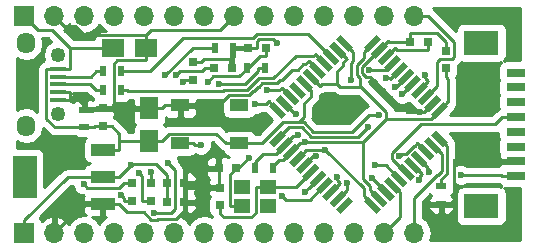
<source format=gbr>
G04 #@! TF.FileFunction,Copper,L1,Top,Signal*
%FSLAX46Y46*%
G04 Gerber Fmt 4.6, Leading zero omitted, Abs format (unit mm)*
G04 Created by KiCad (PCBNEW 4.0.7-e2-6376~61~ubuntu18.04.1) date Sun Sep 30 15:28:24 2018*
%MOMM*%
%LPD*%
G01*
G04 APERTURE LIST*
%ADD10C,0.100000*%
%ADD11R,1.350000X0.400000*%
%ADD12O,1.250000X1.250000*%
%ADD13O,1.550000X1.800000*%
%ADD14R,1.600000X1.000000*%
%ADD15R,1.600000X0.800000*%
%ADD16R,3.000000X2.100000*%
%ADD17R,2.032000X3.657600*%
%ADD18R,2.032000X1.016000*%
%ADD19R,0.750000X0.800000*%
%ADD20R,0.800000X0.750000*%
%ADD21R,1.950000X1.500000*%
%ADD22R,1.500000X1.950000*%
%ADD23R,0.500000X0.900000*%
%ADD24R,0.900000X0.500000*%
%ADD25R,1.400000X1.200000*%
%ADD26R,1.700000X1.700000*%
%ADD27O,1.700000X1.700000*%
%ADD28C,0.600000*%
%ADD29C,0.240000*%
%ADD30C,0.254000*%
G04 APERTURE END LIST*
D10*
G36*
X77673134Y-53305188D02*
X78062042Y-52916280D01*
X79122702Y-53976940D01*
X78733794Y-54365848D01*
X77673134Y-53305188D01*
X77673134Y-53305188D01*
G37*
G36*
X77107449Y-53870874D02*
X77496357Y-53481966D01*
X78557017Y-54542626D01*
X78168109Y-54931534D01*
X77107449Y-53870874D01*
X77107449Y-53870874D01*
G37*
G36*
X76541764Y-54436559D02*
X76930672Y-54047651D01*
X77991332Y-55108311D01*
X77602424Y-55497219D01*
X76541764Y-54436559D01*
X76541764Y-54436559D01*
G37*
G36*
X75976078Y-55002244D02*
X76364986Y-54613336D01*
X77425646Y-55673996D01*
X77036738Y-56062904D01*
X75976078Y-55002244D01*
X75976078Y-55002244D01*
G37*
G36*
X75410393Y-55567930D02*
X75799301Y-55179022D01*
X76859961Y-56239682D01*
X76471053Y-56628590D01*
X75410393Y-55567930D01*
X75410393Y-55567930D01*
G37*
G36*
X74844707Y-56133615D02*
X75233615Y-55744707D01*
X76294275Y-56805367D01*
X75905367Y-57194275D01*
X74844707Y-56133615D01*
X74844707Y-56133615D01*
G37*
G36*
X74279022Y-56699301D02*
X74667930Y-56310393D01*
X75728590Y-57371053D01*
X75339682Y-57759961D01*
X74279022Y-56699301D01*
X74279022Y-56699301D01*
G37*
G36*
X73713336Y-57264986D02*
X74102244Y-56876078D01*
X75162904Y-57936738D01*
X74773996Y-58325646D01*
X73713336Y-57264986D01*
X73713336Y-57264986D01*
G37*
G36*
X73147651Y-57830672D02*
X73536559Y-57441764D01*
X74597219Y-58502424D01*
X74208311Y-58891332D01*
X73147651Y-57830672D01*
X73147651Y-57830672D01*
G37*
G36*
X72581966Y-58396357D02*
X72970874Y-58007449D01*
X74031534Y-59068109D01*
X73642626Y-59457017D01*
X72581966Y-58396357D01*
X72581966Y-58396357D01*
G37*
G36*
X72016280Y-58962042D02*
X72405188Y-58573134D01*
X73465848Y-59633794D01*
X73076940Y-60022702D01*
X72016280Y-58962042D01*
X72016280Y-58962042D01*
G37*
G36*
X72405188Y-62426866D02*
X72016280Y-62037958D01*
X73076940Y-60977298D01*
X73465848Y-61366206D01*
X72405188Y-62426866D01*
X72405188Y-62426866D01*
G37*
G36*
X72970874Y-62992551D02*
X72581966Y-62603643D01*
X73642626Y-61542983D01*
X74031534Y-61931891D01*
X72970874Y-62992551D01*
X72970874Y-62992551D01*
G37*
G36*
X73536559Y-63558236D02*
X73147651Y-63169328D01*
X74208311Y-62108668D01*
X74597219Y-62497576D01*
X73536559Y-63558236D01*
X73536559Y-63558236D01*
G37*
G36*
X74102244Y-64123922D02*
X73713336Y-63735014D01*
X74773996Y-62674354D01*
X75162904Y-63063262D01*
X74102244Y-64123922D01*
X74102244Y-64123922D01*
G37*
G36*
X74667930Y-64689607D02*
X74279022Y-64300699D01*
X75339682Y-63240039D01*
X75728590Y-63628947D01*
X74667930Y-64689607D01*
X74667930Y-64689607D01*
G37*
G36*
X75233615Y-65255293D02*
X74844707Y-64866385D01*
X75905367Y-63805725D01*
X76294275Y-64194633D01*
X75233615Y-65255293D01*
X75233615Y-65255293D01*
G37*
G36*
X75799301Y-65820978D02*
X75410393Y-65432070D01*
X76471053Y-64371410D01*
X76859961Y-64760318D01*
X75799301Y-65820978D01*
X75799301Y-65820978D01*
G37*
G36*
X76364986Y-66386664D02*
X75976078Y-65997756D01*
X77036738Y-64937096D01*
X77425646Y-65326004D01*
X76364986Y-66386664D01*
X76364986Y-66386664D01*
G37*
G36*
X76930672Y-66952349D02*
X76541764Y-66563441D01*
X77602424Y-65502781D01*
X77991332Y-65891689D01*
X76930672Y-66952349D01*
X76930672Y-66952349D01*
G37*
G36*
X77496357Y-67518034D02*
X77107449Y-67129126D01*
X78168109Y-66068466D01*
X78557017Y-66457374D01*
X77496357Y-67518034D01*
X77496357Y-67518034D01*
G37*
G36*
X78062042Y-68083720D02*
X77673134Y-67694812D01*
X78733794Y-66634152D01*
X79122702Y-67023060D01*
X78062042Y-68083720D01*
X78062042Y-68083720D01*
G37*
G36*
X80077298Y-67023060D02*
X80466206Y-66634152D01*
X81526866Y-67694812D01*
X81137958Y-68083720D01*
X80077298Y-67023060D01*
X80077298Y-67023060D01*
G37*
G36*
X80642983Y-66457374D02*
X81031891Y-66068466D01*
X82092551Y-67129126D01*
X81703643Y-67518034D01*
X80642983Y-66457374D01*
X80642983Y-66457374D01*
G37*
G36*
X81208668Y-65891689D02*
X81597576Y-65502781D01*
X82658236Y-66563441D01*
X82269328Y-66952349D01*
X81208668Y-65891689D01*
X81208668Y-65891689D01*
G37*
G36*
X81774354Y-65326004D02*
X82163262Y-64937096D01*
X83223922Y-65997756D01*
X82835014Y-66386664D01*
X81774354Y-65326004D01*
X81774354Y-65326004D01*
G37*
G36*
X82340039Y-64760318D02*
X82728947Y-64371410D01*
X83789607Y-65432070D01*
X83400699Y-65820978D01*
X82340039Y-64760318D01*
X82340039Y-64760318D01*
G37*
G36*
X82905725Y-64194633D02*
X83294633Y-63805725D01*
X84355293Y-64866385D01*
X83966385Y-65255293D01*
X82905725Y-64194633D01*
X82905725Y-64194633D01*
G37*
G36*
X83471410Y-63628947D02*
X83860318Y-63240039D01*
X84920978Y-64300699D01*
X84532070Y-64689607D01*
X83471410Y-63628947D01*
X83471410Y-63628947D01*
G37*
G36*
X84037096Y-63063262D02*
X84426004Y-62674354D01*
X85486664Y-63735014D01*
X85097756Y-64123922D01*
X84037096Y-63063262D01*
X84037096Y-63063262D01*
G37*
G36*
X84602781Y-62497576D02*
X84991689Y-62108668D01*
X86052349Y-63169328D01*
X85663441Y-63558236D01*
X84602781Y-62497576D01*
X84602781Y-62497576D01*
G37*
G36*
X85168466Y-61931891D02*
X85557374Y-61542983D01*
X86618034Y-62603643D01*
X86229126Y-62992551D01*
X85168466Y-61931891D01*
X85168466Y-61931891D01*
G37*
G36*
X85734152Y-61366206D02*
X86123060Y-60977298D01*
X87183720Y-62037958D01*
X86794812Y-62426866D01*
X85734152Y-61366206D01*
X85734152Y-61366206D01*
G37*
G36*
X86123060Y-60022702D02*
X85734152Y-59633794D01*
X86794812Y-58573134D01*
X87183720Y-58962042D01*
X86123060Y-60022702D01*
X86123060Y-60022702D01*
G37*
G36*
X85557374Y-59457017D02*
X85168466Y-59068109D01*
X86229126Y-58007449D01*
X86618034Y-58396357D01*
X85557374Y-59457017D01*
X85557374Y-59457017D01*
G37*
G36*
X84991689Y-58891332D02*
X84602781Y-58502424D01*
X85663441Y-57441764D01*
X86052349Y-57830672D01*
X84991689Y-58891332D01*
X84991689Y-58891332D01*
G37*
G36*
X84426004Y-58325646D02*
X84037096Y-57936738D01*
X85097756Y-56876078D01*
X85486664Y-57264986D01*
X84426004Y-58325646D01*
X84426004Y-58325646D01*
G37*
G36*
X83860318Y-57759961D02*
X83471410Y-57371053D01*
X84532070Y-56310393D01*
X84920978Y-56699301D01*
X83860318Y-57759961D01*
X83860318Y-57759961D01*
G37*
G36*
X83294633Y-57194275D02*
X82905725Y-56805367D01*
X83966385Y-55744707D01*
X84355293Y-56133615D01*
X83294633Y-57194275D01*
X83294633Y-57194275D01*
G37*
G36*
X82728947Y-56628590D02*
X82340039Y-56239682D01*
X83400699Y-55179022D01*
X83789607Y-55567930D01*
X82728947Y-56628590D01*
X82728947Y-56628590D01*
G37*
G36*
X82163262Y-56062904D02*
X81774354Y-55673996D01*
X82835014Y-54613336D01*
X83223922Y-55002244D01*
X82163262Y-56062904D01*
X82163262Y-56062904D01*
G37*
G36*
X81597576Y-55497219D02*
X81208668Y-55108311D01*
X82269328Y-54047651D01*
X82658236Y-54436559D01*
X81597576Y-55497219D01*
X81597576Y-55497219D01*
G37*
G36*
X81031891Y-54931534D02*
X80642983Y-54542626D01*
X81703643Y-53481966D01*
X82092551Y-53870874D01*
X81031891Y-54931534D01*
X81031891Y-54931534D01*
G37*
G36*
X80466206Y-54365848D02*
X80077298Y-53976940D01*
X81137958Y-52916280D01*
X81526866Y-53305188D01*
X80466206Y-54365848D01*
X80466206Y-54365848D01*
G37*
D11*
X54162540Y-55799100D03*
X54162540Y-56449100D03*
X54162540Y-57099100D03*
X54162540Y-57749100D03*
X54162540Y-58399100D03*
D12*
X54162540Y-54599100D03*
X54162540Y-59599100D03*
D13*
X51462540Y-53599100D03*
X51462540Y-60599100D03*
D14*
X64500000Y-58900000D03*
X64500000Y-62100000D03*
X69500000Y-58900000D03*
X69500000Y-62100000D03*
D15*
X92900000Y-56125000D03*
X92900000Y-57375000D03*
X92900000Y-58625000D03*
X92900000Y-59875000D03*
X92900000Y-61125000D03*
X92900000Y-62375000D03*
X92900000Y-63625000D03*
X92900000Y-64875000D03*
D16*
X90000000Y-53575000D03*
X90000000Y-67425000D03*
D17*
X51348000Y-64950000D03*
D18*
X57952000Y-64950000D03*
X57952000Y-62664000D03*
X57952000Y-67236000D03*
D19*
X67900000Y-67350000D03*
X67900000Y-65850000D03*
D20*
X69250000Y-64200000D03*
X67750000Y-64200000D03*
D21*
X58825000Y-54000000D03*
X61575000Y-54000000D03*
D20*
X85450000Y-53500000D03*
X83950000Y-53500000D03*
D19*
X58000000Y-59150000D03*
X58000000Y-60650000D03*
X87000000Y-54250000D03*
X87000000Y-55750000D03*
D22*
X61900000Y-61875000D03*
X61900000Y-59125000D03*
D20*
X63350000Y-67100000D03*
X64850000Y-67100000D03*
X64850000Y-65500000D03*
X63350000Y-65500000D03*
X67350000Y-55700000D03*
X68850000Y-55700000D03*
D19*
X65600000Y-56750000D03*
X65600000Y-55250000D03*
X60400000Y-65450000D03*
X60400000Y-66950000D03*
X62000000Y-65450000D03*
X62000000Y-66950000D03*
D20*
X70250000Y-54000000D03*
X71750000Y-54000000D03*
D23*
X70850000Y-64200000D03*
X72350000Y-64200000D03*
X59450000Y-57600000D03*
X57950000Y-57600000D03*
X59450000Y-56000000D03*
X57950000Y-56000000D03*
D24*
X56400000Y-59250000D03*
X56400000Y-60750000D03*
X86600000Y-67250000D03*
X86600000Y-65750000D03*
D23*
X67450000Y-54000000D03*
X68950000Y-54000000D03*
X70150000Y-55700000D03*
X71650000Y-55700000D03*
D25*
X71900000Y-65800000D03*
X69700000Y-65800000D03*
X71900000Y-67400000D03*
X69700000Y-67400000D03*
D26*
X51300000Y-51300000D03*
D27*
X53840000Y-51300000D03*
X56380000Y-51300000D03*
X58920000Y-51300000D03*
X61460000Y-51300000D03*
X64000000Y-51300000D03*
X66540000Y-51300000D03*
X69080000Y-51300000D03*
X71620000Y-51300000D03*
X74160000Y-51300000D03*
X76700000Y-51300000D03*
X79240000Y-51300000D03*
X81780000Y-51300000D03*
X84320000Y-51300000D03*
D26*
X51300000Y-69700000D03*
D27*
X53840000Y-69700000D03*
X56380000Y-69700000D03*
X58920000Y-69700000D03*
X61460000Y-69700000D03*
X64000000Y-69700000D03*
X66540000Y-69700000D03*
X69080000Y-69700000D03*
X71620000Y-69700000D03*
X74160000Y-69700000D03*
X76700000Y-69700000D03*
X79240000Y-69700000D03*
X81780000Y-69700000D03*
X84320000Y-69700000D03*
D28*
X89700000Y-57900000D03*
X89700000Y-51300000D03*
X53800000Y-63600000D03*
X77500000Y-59100000D03*
X67000000Y-59600000D03*
X51700000Y-56100000D03*
X84780600Y-59418600D03*
X87836900Y-63711700D03*
X76759800Y-62643900D03*
X72659300Y-53592100D03*
X70329000Y-63308300D03*
X75967200Y-63154600D03*
X81337300Y-59719700D03*
X88266600Y-64796600D03*
X67780200Y-57058300D03*
X60319100Y-63919200D03*
X75105800Y-62017900D03*
X64122600Y-56350600D03*
X64724200Y-56930500D03*
X56329500Y-65563500D03*
X59452400Y-66498700D03*
X62022000Y-64538500D03*
X61054900Y-64621300D03*
X66824300Y-56909700D03*
X80956200Y-63978600D03*
X66272500Y-62228300D03*
X75092300Y-66210700D03*
X62318800Y-67977300D03*
X63503200Y-63791600D03*
X73129300Y-66544900D03*
X63246000Y-56327900D03*
X80756000Y-65003200D03*
X83055500Y-63200400D03*
X83287200Y-57922000D03*
X82666800Y-57303000D03*
X81923300Y-56597200D03*
X80524400Y-55895700D03*
X85241900Y-56290400D03*
X74477000Y-61380600D03*
X74338100Y-59618000D03*
X71887300Y-57626100D03*
X70848700Y-58798100D03*
X78654900Y-65437600D03*
X78967800Y-56716400D03*
X77745900Y-64935600D03*
X84693300Y-65248300D03*
X85599500Y-64517500D03*
X80375800Y-60760300D03*
D29*
X71900000Y-65800000D02*
X74300000Y-65800000D01*
X74300000Y-65800000D02*
X74812700Y-65287300D01*
X74812700Y-65287300D02*
X75569500Y-64530500D01*
X68172400Y-68342700D02*
X67900000Y-68070300D01*
X70528200Y-68342700D02*
X68172400Y-68342700D01*
X70879700Y-67991200D02*
X70528200Y-68342700D01*
X70879700Y-65800000D02*
X70879700Y-67991200D01*
X71900000Y-65800000D02*
X70879700Y-65800000D01*
X67900000Y-67350000D02*
X67900000Y-68070300D01*
X64500000Y-58900000D02*
X66300000Y-58900000D01*
X66300000Y-58900000D02*
X67000000Y-59600000D01*
X76335536Y-62643900D02*
X75194900Y-62642300D01*
X76759800Y-62643900D02*
X76335536Y-62643900D01*
X86600000Y-67250000D02*
X87290000Y-67250000D01*
X87290000Y-67250000D02*
X87646200Y-66893800D01*
X87646200Y-66893800D02*
X87646200Y-63902400D01*
X87646200Y-63902400D02*
X87836900Y-63711700D01*
X53840000Y-69700000D02*
X56304000Y-67236000D01*
X56304000Y-67236000D02*
X57952000Y-67236000D01*
X69080000Y-51300000D02*
X67909600Y-52470400D01*
X67909600Y-52470400D02*
X62034300Y-52470400D01*
X62034300Y-52470400D02*
X61575000Y-52929700D01*
X53840000Y-51300000D02*
X54689999Y-52149999D01*
X54689999Y-52149999D02*
X55567599Y-52149999D01*
X55567599Y-52149999D02*
X56347300Y-52929700D01*
X63195300Y-58900000D02*
X62970300Y-59125000D01*
X63379700Y-58900000D02*
X63195300Y-58900000D01*
X61900000Y-59125000D02*
X62970300Y-59125000D01*
X63939900Y-58900000D02*
X63379700Y-58900000D01*
X64850000Y-67100000D02*
X64850000Y-66404700D01*
X92900000Y-63625000D02*
X91779700Y-63625000D01*
X57270300Y-59150000D02*
X57170300Y-59250000D01*
X58000000Y-59150000D02*
X57270300Y-59150000D01*
X63939900Y-58900000D02*
X64500000Y-58900000D01*
X57952000Y-67236000D02*
X59288300Y-67236000D01*
X64850000Y-67100000D02*
X64850000Y-67795300D01*
X64115800Y-68529500D02*
X64850000Y-67795300D01*
X62643900Y-68529500D02*
X64115800Y-68529500D01*
X62575800Y-68597600D02*
X62643900Y-68529500D01*
X62061900Y-68597600D02*
X62575800Y-68597600D01*
X61425100Y-67960800D02*
X62061900Y-68597600D01*
X60013100Y-67960800D02*
X61425100Y-67960800D01*
X59288300Y-67236000D02*
X60013100Y-67960800D01*
X76135200Y-55903800D02*
X75378400Y-55146900D01*
X64850000Y-65500000D02*
X64850000Y-65850000D01*
X64850000Y-65850000D02*
X64850000Y-66404700D01*
X67750000Y-64200000D02*
X67750000Y-65850000D01*
X67900000Y-65850000D02*
X67750000Y-65850000D01*
X67750000Y-65850000D02*
X67204700Y-65850000D01*
X85893300Y-58732200D02*
X85136500Y-59489000D01*
X91693000Y-63711700D02*
X91779700Y-63625000D01*
X87836900Y-63711700D02*
X91693000Y-63711700D01*
X56400000Y-59250000D02*
X56785200Y-59250000D01*
X56785200Y-59250000D02*
X57170300Y-59250000D01*
X54162500Y-57749100D02*
X55157800Y-57749100D01*
X55157800Y-58399100D02*
X55157800Y-57749100D01*
X55934300Y-58399100D02*
X55157800Y-58399100D01*
X56785200Y-59250000D02*
X55934300Y-58399100D01*
X55157800Y-58399100D02*
X54162500Y-58399100D01*
X67747000Y-58900000D02*
X64500000Y-58900000D01*
X68614500Y-58032500D02*
X67747000Y-58900000D01*
X70341700Y-58032500D02*
X68614500Y-58032500D01*
X70687200Y-57687000D02*
X70341700Y-58032500D01*
X70754400Y-57687000D02*
X70687200Y-57687000D01*
X71106800Y-57334600D02*
X70754400Y-57687000D01*
X71152400Y-57334600D02*
X71106800Y-57334600D01*
X71455000Y-57032000D02*
X71152400Y-57334600D01*
X71604200Y-57032000D02*
X71455000Y-57032000D01*
X71630400Y-57005800D02*
X71604200Y-57032000D01*
X72721700Y-57005800D02*
X71630400Y-57005800D01*
X72942100Y-56785400D02*
X72721700Y-57005800D01*
X72980600Y-56785400D02*
X72942100Y-56785400D01*
X73046900Y-56719100D02*
X72980600Y-56785400D01*
X73128800Y-56719100D02*
X73046900Y-56719100D01*
X73955500Y-55892400D02*
X73128800Y-56719100D01*
X74442200Y-55892400D02*
X73955500Y-55892400D01*
X74913800Y-55420800D02*
X74442200Y-55892400D01*
X75104500Y-55420800D02*
X74913800Y-55420800D01*
X75378400Y-55146900D02*
X75104500Y-55420800D01*
X85066000Y-59418600D02*
X84780600Y-59418600D01*
X85136500Y-59489000D02*
X85066000Y-59418600D01*
X81367800Y-54206700D02*
X82124700Y-53449800D01*
X58000000Y-59150000D02*
X58695300Y-59150000D01*
X61900000Y-59125000D02*
X60829700Y-59125000D01*
X61575000Y-54000000D02*
X61575000Y-55070300D01*
X58695300Y-58917900D02*
X58878600Y-58734600D01*
X58695300Y-59150000D02*
X58695300Y-58917900D01*
X60439300Y-58734600D02*
X60829700Y-59125000D01*
X58878600Y-58734600D02*
X60439300Y-58734600D01*
X56347300Y-52929700D02*
X61575000Y-52929700D01*
X61575000Y-54000000D02*
X61575000Y-52929700D01*
X68950000Y-54000000D02*
X70250000Y-54000000D01*
X68850000Y-55700000D02*
X68850000Y-55004700D01*
X68950000Y-54000000D02*
X68950000Y-54770300D01*
X80802100Y-67358900D02*
X80045300Y-66602100D01*
X64850000Y-65850000D02*
X67204700Y-65850000D01*
X74438100Y-63399100D02*
X75194900Y-62642300D01*
X59174400Y-55070300D02*
X61575000Y-55070300D01*
X58878600Y-55366100D02*
X59174400Y-55070300D01*
X58878600Y-58734600D02*
X58878600Y-55366100D01*
X70250000Y-54000000D02*
X70970300Y-54000000D01*
X70970300Y-53481100D02*
X70970300Y-54000000D01*
X71194800Y-53256600D02*
X70970300Y-53481100D01*
X72323800Y-53256600D02*
X71194800Y-53256600D01*
X72659300Y-53592100D02*
X72323800Y-53256600D01*
X68850000Y-54870300D02*
X68950000Y-54770300D01*
X68850000Y-55004700D02*
X68850000Y-54870300D01*
X65600000Y-55250000D02*
X66295300Y-55250000D01*
X66540600Y-55004700D02*
X66295300Y-55250000D01*
X68850000Y-55004700D02*
X66540600Y-55004700D01*
X80045300Y-65929400D02*
X76759800Y-62643900D01*
X80045300Y-66602100D02*
X80045300Y-65929400D01*
X81367800Y-54206700D02*
X80611000Y-54963500D01*
X87000000Y-54250000D02*
X87000000Y-53529700D01*
X82174800Y-53500000D02*
X83950000Y-53500000D01*
X82124700Y-53449800D02*
X82174800Y-53500000D01*
X86275000Y-52804700D02*
X87000000Y-53529700D01*
X83950000Y-52804700D02*
X86275000Y-52804700D01*
X83950000Y-53500000D02*
X83950000Y-52804700D01*
X83737300Y-59418600D02*
X84780600Y-59418600D01*
X83213700Y-58895000D02*
X83737300Y-59418600D01*
X82946600Y-58895000D02*
X83213700Y-58895000D01*
X80567600Y-56516000D02*
X82946600Y-58895000D01*
X80267500Y-56516000D02*
X80567600Y-56516000D01*
X79904100Y-56152600D02*
X80267500Y-56516000D01*
X79904100Y-55638800D02*
X79904100Y-56152600D01*
X80579400Y-54963500D02*
X79904100Y-55638800D01*
X80610900Y-54963500D02*
X80579400Y-54963500D01*
X80611000Y-54963500D02*
X80610900Y-54963500D01*
X69250000Y-64200000D02*
X69437300Y-64200000D01*
X69437300Y-64200000D02*
X70329000Y-63308300D01*
X75003800Y-63964800D02*
X75760700Y-63207900D01*
X68679700Y-64770300D02*
X69250000Y-64200000D01*
X68679700Y-67400000D02*
X68679700Y-64770300D01*
X69700000Y-67400000D02*
X68679700Y-67400000D01*
X75905800Y-63154600D02*
X75967200Y-63154600D01*
X75852400Y-63208000D02*
X75905800Y-63154600D01*
X75760700Y-63208000D02*
X75852400Y-63208000D01*
X75760700Y-63207900D02*
X75760700Y-63208000D01*
X74500000Y-60320000D02*
X74200000Y-60320000D01*
X69500000Y-62100000D02*
X71452206Y-62100000D01*
X71452206Y-62100000D02*
X73232206Y-60320000D01*
X73232206Y-60320000D02*
X74200000Y-60320000D01*
X74800000Y-60320000D02*
X74500000Y-60320000D01*
X75604846Y-58095154D02*
X74958101Y-58741899D01*
X74958101Y-58741899D02*
X74958101Y-59915601D01*
X74958101Y-59915601D02*
X74553702Y-60320000D01*
X74553702Y-60320000D02*
X74500000Y-60320000D01*
X75003806Y-57035177D02*
X75604846Y-57636217D01*
X75604846Y-57636217D02*
X75604846Y-58095154D01*
X79080618Y-61137880D02*
X75774150Y-61137880D01*
X75774150Y-61137880D02*
X74956270Y-60320000D01*
X74956270Y-60320000D02*
X74800000Y-60320000D01*
X81337300Y-59719700D02*
X80498798Y-59719700D01*
X80498798Y-59719700D02*
X79080618Y-61137880D01*
X54957800Y-53800000D02*
X55157800Y-54000000D01*
X51300000Y-51300000D02*
X52470001Y-52470001D01*
X52470001Y-52470001D02*
X53627801Y-52470001D01*
X53627801Y-52470001D02*
X54957800Y-53800000D01*
X58825000Y-54000000D02*
X58177400Y-54000000D01*
X54162500Y-55799100D02*
X55157800Y-55799100D01*
X55157800Y-54000000D02*
X55157800Y-55799100D01*
X55157800Y-54000000D02*
X58177400Y-54000000D01*
X54162500Y-55799100D02*
X53167200Y-55799100D01*
X57952000Y-62664000D02*
X59288300Y-62664000D01*
X58000000Y-60650000D02*
X58695300Y-60650000D01*
X92900000Y-64875000D02*
X91779700Y-64875000D01*
X91701300Y-64796600D02*
X88266600Y-64796600D01*
X91779700Y-64875000D02*
X91701300Y-64796600D01*
X61900000Y-61875000D02*
X60829700Y-61875000D01*
X60829700Y-61875000D02*
X59347100Y-61875000D01*
X59347100Y-61301800D02*
X59347100Y-61875000D01*
X58695300Y-60650000D02*
X59347100Y-61301800D01*
X59347100Y-62605200D02*
X59288300Y-62664000D01*
X59347100Y-61875000D02*
X59347100Y-62605200D01*
X63565700Y-61279600D02*
X62970300Y-61875000D01*
X67559300Y-61279600D02*
X63565700Y-61279600D01*
X68379700Y-62100000D02*
X67559300Y-61279600D01*
X69500000Y-62100000D02*
X68379700Y-62100000D01*
X61900000Y-61875000D02*
X62970300Y-61875000D01*
X53913000Y-60750000D02*
X56400000Y-60750000D01*
X53167200Y-60004200D02*
X53913000Y-60750000D01*
X53167200Y-55799100D02*
X53167200Y-60004200D01*
X57204700Y-60750000D02*
X57304700Y-60650000D01*
X56400000Y-60750000D02*
X57204700Y-60750000D01*
X58000000Y-60650000D02*
X57304700Y-60650000D01*
X82869900Y-54195300D02*
X82690300Y-54015600D01*
X85450000Y-54195300D02*
X82869900Y-54195300D01*
X85450000Y-53500000D02*
X85450000Y-54195300D01*
X81933500Y-54772400D02*
X82690300Y-54015600D01*
X73200000Y-63505900D02*
X74629300Y-62076600D01*
X72350000Y-64200000D02*
X72350000Y-64000000D01*
X72844100Y-63505900D02*
X73200000Y-63505900D01*
X72350000Y-64000000D02*
X72844100Y-63505900D01*
X75047000Y-62076700D02*
X75105800Y-62017900D01*
X74629300Y-62076600D02*
X74629300Y-62076700D01*
X74629300Y-62076700D02*
X75047000Y-62076700D01*
X57952000Y-64950000D02*
X56900000Y-64950000D01*
X51300000Y-69700000D02*
X51300000Y-68610000D01*
X51300000Y-68610000D02*
X54966501Y-64943499D01*
X54966501Y-64943499D02*
X56893499Y-64943499D01*
X56893499Y-64943499D02*
X56900000Y-64950000D01*
X63350000Y-67100000D02*
X63350000Y-66404700D01*
X87161200Y-56631500D02*
X87000000Y-56470300D01*
X87161200Y-58486500D02*
X87161200Y-56631500D01*
X87215800Y-58541000D02*
X87161200Y-58486500D01*
X86458900Y-59297900D02*
X87215800Y-58541000D01*
X87000000Y-55750000D02*
X87000000Y-56470300D01*
X63350000Y-65500000D02*
X63350000Y-66195300D01*
X71079700Y-55988500D02*
X71079700Y-55700000D01*
X70009900Y-57058300D02*
X71079700Y-55988500D01*
X67780200Y-57058300D02*
X70009900Y-57058300D01*
X63350000Y-66404700D02*
X63350000Y-66195300D01*
X63350000Y-65500000D02*
X63350000Y-64804700D01*
X57952000Y-64950000D02*
X59288300Y-64950000D01*
X59288300Y-64950000D02*
X60319100Y-63919200D01*
X62429200Y-63883900D02*
X63350000Y-64804700D01*
X60354400Y-63883900D02*
X62429200Y-63883900D01*
X60319100Y-63919200D02*
X60354400Y-63883900D01*
X71650000Y-55700000D02*
X71079700Y-55700000D01*
X86458900Y-59297900D02*
X85702100Y-60054700D01*
X80802100Y-53641100D02*
X80045300Y-54397900D01*
X75569500Y-56469500D02*
X76326400Y-57226300D01*
X78327100Y-55225500D02*
X78589100Y-54963500D01*
X78327100Y-55470600D02*
X78327100Y-55225500D01*
X77769200Y-56028500D02*
X78327100Y-55470600D01*
X77769200Y-57050700D02*
X77769200Y-56028500D01*
X76502000Y-57050700D02*
X76326400Y-57226300D01*
X77769200Y-57050700D02*
X76502000Y-57050700D01*
X77832200Y-54206700D02*
X78589100Y-54963500D01*
X81960600Y-60054700D02*
X85702100Y-60054700D01*
X81367800Y-66793300D02*
X80611000Y-66036400D01*
X80611000Y-65747200D02*
X80611000Y-66036400D01*
X79997400Y-65133600D02*
X80611000Y-65747200D01*
X79997400Y-62017900D02*
X79997400Y-65133600D01*
X75105800Y-62017900D02*
X79997400Y-62017900D01*
X79997400Y-62017900D02*
X81960600Y-60054700D01*
X81960600Y-59456500D02*
X81960600Y-60054700D01*
X79718400Y-57214200D02*
X81960600Y-59456500D01*
X79595900Y-57336700D02*
X79718400Y-57214200D01*
X78055200Y-57336700D02*
X79595900Y-57336700D01*
X77769200Y-57050700D02*
X78055200Y-57336700D01*
X80045300Y-54874900D02*
X80045300Y-54397900D01*
X79463800Y-55456400D02*
X80045300Y-54874900D01*
X79463800Y-56335000D02*
X79463800Y-55456400D01*
X79718400Y-56589600D02*
X79463800Y-56335000D01*
X79718400Y-57214200D02*
X79718400Y-56589600D01*
X67350000Y-55700000D02*
X66629700Y-55700000D01*
X64502900Y-55970300D02*
X64122600Y-56350600D01*
X66359400Y-55970300D02*
X64502900Y-55970300D01*
X66629700Y-55700000D02*
X66359400Y-55970300D01*
X65600000Y-56750000D02*
X64904700Y-56750000D01*
X64904700Y-56750000D02*
X64724200Y-56930500D01*
X56615600Y-65849600D02*
X56329500Y-65563500D01*
X59305100Y-65849600D02*
X56615600Y-65849600D01*
X59704700Y-65450000D02*
X59305100Y-65849600D01*
X60400000Y-65450000D02*
X59704700Y-65450000D01*
X59704700Y-66751000D02*
X59452400Y-66498700D01*
X59704700Y-66950000D02*
X59704700Y-66751000D01*
X60400000Y-66950000D02*
X59704700Y-66950000D01*
X62022000Y-64707700D02*
X62022000Y-64538500D01*
X62000000Y-64729700D02*
X62022000Y-64707700D01*
X62000000Y-65450000D02*
X62000000Y-64729700D01*
X61304700Y-64871100D02*
X61054900Y-64621300D01*
X61304700Y-66950000D02*
X61304700Y-64871100D01*
X62000000Y-66950000D02*
X61304700Y-66950000D01*
X70150000Y-55700000D02*
X70239200Y-55700000D01*
X69501200Y-56438000D02*
X70239200Y-55700000D01*
X67296000Y-56438000D02*
X69501200Y-56438000D01*
X66824300Y-56909700D02*
X67296000Y-56438000D01*
X71243900Y-54695300D02*
X71750000Y-54695300D01*
X70239200Y-55700000D02*
X71243900Y-54695300D01*
X71750000Y-54000000D02*
X71750000Y-54695300D01*
X56930600Y-56449100D02*
X54162500Y-56449100D01*
X57379700Y-56000000D02*
X56930600Y-56449100D01*
X57950000Y-56000000D02*
X57379700Y-56000000D01*
X56878800Y-57099100D02*
X54162500Y-57099100D01*
X57379700Y-57600000D02*
X56878800Y-57099100D01*
X57950000Y-57600000D02*
X57379700Y-57600000D01*
X81947200Y-63978600D02*
X80956200Y-63978600D01*
X83064800Y-65096200D02*
X81947200Y-63978600D01*
X65748600Y-62228300D02*
X65620300Y-62100000D01*
X66272500Y-62228300D02*
X65748600Y-62228300D01*
X64500000Y-62100000D02*
X65620300Y-62100000D01*
X76135200Y-65096200D02*
X75378400Y-65853000D01*
X75107800Y-66195200D02*
X75092300Y-66210700D01*
X75107800Y-66123600D02*
X75107800Y-66195200D01*
X75378400Y-65853000D02*
X75107800Y-66123600D01*
X64070400Y-64358800D02*
X63503200Y-63791600D01*
X64070400Y-67628300D02*
X64070400Y-64358800D01*
X63721400Y-67977300D02*
X64070400Y-67628300D01*
X62318800Y-67977300D02*
X63721400Y-67977300D01*
X73453700Y-66869300D02*
X73129300Y-66544900D01*
X75493500Y-66869300D02*
X73453700Y-66869300D01*
X76700900Y-65661900D02*
X75493500Y-66869300D01*
X65573900Y-54000000D02*
X63246000Y-56327900D01*
X67450000Y-54000000D02*
X65573900Y-54000000D01*
X80756100Y-65003200D02*
X80756000Y-65003200D01*
X80756100Y-65050200D02*
X80756100Y-65003200D01*
X81933500Y-66227600D02*
X80756100Y-65050200D01*
X85327600Y-62833500D02*
X84570800Y-62076600D01*
X83079800Y-63200400D02*
X83055500Y-63200400D01*
X83259900Y-63020300D02*
X83079800Y-63200400D01*
X83589100Y-63020300D02*
X83259900Y-63020300D01*
X84307500Y-62301900D02*
X83589100Y-63020300D01*
X84345500Y-62301900D02*
X84307500Y-62301900D01*
X84570800Y-62076600D02*
X84345500Y-62301900D01*
X84196200Y-57035200D02*
X83439400Y-57792000D01*
X83309400Y-57922000D02*
X83287200Y-57922000D01*
X83439400Y-57792000D02*
X83309400Y-57922000D01*
X82797000Y-57303000D02*
X82666800Y-57303000D01*
X83630500Y-56469500D02*
X82797000Y-57303000D01*
X83064800Y-55903800D02*
X82308000Y-56660600D01*
X82244500Y-56597200D02*
X82308000Y-56660600D01*
X81923300Y-56597200D02*
X82244500Y-56597200D01*
X81941500Y-55895700D02*
X80524400Y-55895700D01*
X82499100Y-55338100D02*
X81941500Y-55895700D01*
X84761900Y-57600900D02*
X85518800Y-56844000D01*
X85241900Y-56567200D02*
X85518800Y-56844000D01*
X85241900Y-56290400D02*
X85241900Y-56567200D01*
X86255200Y-57238900D02*
X85327600Y-58166500D01*
X86255200Y-55246800D02*
X86255200Y-57238900D01*
X86531600Y-54970400D02*
X86255200Y-55246800D01*
X87515200Y-54970400D02*
X86531600Y-54970400D01*
X87726300Y-54759300D02*
X87515200Y-54970400D01*
X87726300Y-53536000D02*
X87726300Y-54759300D01*
X85490300Y-51300000D02*
X87726300Y-53536000D01*
X84320000Y-51300000D02*
X85490300Y-51300000D01*
X70850000Y-64200000D02*
X70850000Y-63704902D01*
X70850000Y-63704902D02*
X71554902Y-63000000D01*
X71554902Y-63000000D02*
X72574500Y-63000000D01*
X72574500Y-63000000D02*
X74063600Y-61510900D01*
X74346600Y-61511000D02*
X74477000Y-61380600D01*
X74063600Y-61510900D02*
X74063600Y-61511000D01*
X74063600Y-61511000D02*
X74346600Y-61511000D01*
X74192500Y-59618000D02*
X73306700Y-58732200D01*
X74338100Y-59618000D02*
X74192500Y-59618000D01*
X72899300Y-57626100D02*
X73115700Y-57409700D01*
X71887300Y-57626100D02*
X72899300Y-57626100D01*
X73872400Y-58166500D02*
X73115700Y-57409700D01*
X71727200Y-58798100D02*
X71984300Y-58541000D01*
X70848700Y-58798100D02*
X71727200Y-58798100D01*
X72741100Y-59297900D02*
X71984300Y-58541000D01*
X77832200Y-66793300D02*
X78589100Y-66036400D01*
X78589000Y-65503500D02*
X78654900Y-65437600D01*
X78589000Y-66036400D02*
X78589000Y-65503500D01*
X78589100Y-66036400D02*
X78589000Y-66036400D01*
X78397900Y-53641100D02*
X79154700Y-54397900D01*
X78967800Y-55329700D02*
X78967800Y-56716400D01*
X79154700Y-55142800D02*
X78967800Y-55329700D01*
X79154700Y-54397900D02*
X79154700Y-55142800D01*
X77266500Y-66227600D02*
X78023400Y-65470700D01*
X77745900Y-65193300D02*
X77745900Y-64935600D01*
X78023400Y-65470700D02*
X77745900Y-65193300D01*
X92900000Y-59875000D02*
X91779700Y-59875000D01*
X83496300Y-64530500D02*
X83630500Y-64530500D01*
X82423100Y-63457300D02*
X83496300Y-64530500D01*
X82423100Y-62940900D02*
X82423100Y-63457300D01*
X84868900Y-60495100D02*
X82423100Y-62940900D01*
X91159600Y-60495100D02*
X84868900Y-60495100D01*
X91779700Y-59875000D02*
X91159600Y-60495100D01*
X84196200Y-63964800D02*
X84953100Y-64721600D01*
X84693300Y-64981400D02*
X84953100Y-64721600D01*
X84693300Y-65248300D02*
X84693300Y-64981400D01*
X84761900Y-63399100D02*
X85518800Y-64155900D01*
X85518700Y-64156000D02*
X85518800Y-64155900D01*
X85518700Y-64436700D02*
X85518700Y-64156000D01*
X85599500Y-64517500D02*
X85518700Y-64436700D01*
X72741064Y-61702082D02*
X73682846Y-60760300D01*
X73682846Y-60760300D02*
X74774302Y-60760300D01*
X80375800Y-60760300D02*
X79558210Y-61577890D01*
X79558210Y-61577890D02*
X75591892Y-61577890D01*
X75591892Y-61577890D02*
X74774302Y-60760300D01*
X81780000Y-69700000D02*
X83100178Y-68379822D01*
X83100178Y-68379822D02*
X83100178Y-66262920D01*
X83100178Y-66262920D02*
X82499138Y-65661880D01*
X86246700Y-64801400D02*
X86298600Y-64801400D01*
X86298600Y-64801400D02*
X86650200Y-64449800D01*
X86650200Y-64449800D02*
X86650200Y-63024600D01*
X85893300Y-62267800D02*
X86650200Y-63024600D01*
X84320000Y-66728100D02*
X86246700Y-64801400D01*
X84320000Y-69700000D02*
X84320000Y-66728100D01*
X59450000Y-57600000D02*
X60020300Y-57600000D01*
X76700900Y-55338100D02*
X75944100Y-54581200D01*
X60107400Y-57687100D02*
X60020300Y-57600000D01*
X68135000Y-57687100D02*
X60107400Y-57687100D01*
X68229900Y-57592200D02*
X68135000Y-57687100D01*
X70159300Y-57592200D02*
X68229900Y-57592200D01*
X71159800Y-56591700D02*
X70159300Y-57592200D01*
X71421800Y-56591700D02*
X71159800Y-56591700D01*
X71448000Y-56565500D02*
X71421800Y-56591700D01*
X72401600Y-56565500D02*
X71448000Y-56565500D01*
X74293000Y-54674100D02*
X72401600Y-56565500D01*
X75851200Y-54674100D02*
X74293000Y-54674100D01*
X75944100Y-54581200D02*
X75851200Y-54674100D01*
X61933300Y-56000000D02*
X59450000Y-56000000D01*
X64731700Y-53201600D02*
X61933300Y-56000000D01*
X70627000Y-53201600D02*
X64731700Y-53201600D01*
X71012300Y-52816300D02*
X70627000Y-53201600D01*
X75310400Y-52816300D02*
X71012300Y-52816300D01*
X77266500Y-54772400D02*
X75310400Y-52816300D01*
X86458900Y-61702100D02*
X87100000Y-62343115D01*
X87120400Y-64659300D02*
X87120400Y-62363546D01*
X87120400Y-62363546D02*
X87100000Y-62343146D01*
X87100000Y-62343146D02*
X87100000Y-62343115D01*
X86600000Y-65179700D02*
X87120400Y-64659300D01*
X86600000Y-65750000D02*
X86600000Y-65179700D01*
D30*
G36*
X87736273Y-65588792D02*
X88079801Y-65731438D01*
X88451767Y-65731762D01*
X88795543Y-65589717D01*
X88833727Y-65551600D01*
X91459451Y-65551600D01*
X91473032Y-65560674D01*
X91490774Y-65572529D01*
X91543637Y-65583044D01*
X91635910Y-65726441D01*
X91695485Y-65767147D01*
X91500000Y-65727560D01*
X88500000Y-65727560D01*
X88264683Y-65771838D01*
X88048559Y-65910910D01*
X87903569Y-66123110D01*
X87852560Y-66375000D01*
X87852560Y-68475000D01*
X87896838Y-68710317D01*
X88035910Y-68926441D01*
X88248110Y-69071431D01*
X88500000Y-69122440D01*
X91500000Y-69122440D01*
X91735317Y-69078162D01*
X91951441Y-68939090D01*
X92096431Y-68726890D01*
X92147440Y-68475000D01*
X92147440Y-66375000D01*
X92103162Y-66139683D01*
X91964090Y-65923559D01*
X91904515Y-65882853D01*
X92100000Y-65922440D01*
X93315000Y-65922440D01*
X93315000Y-70315000D01*
X85680186Y-70315000D01*
X85691961Y-70297378D01*
X85805000Y-69729093D01*
X85805000Y-69670907D01*
X85691961Y-69102622D01*
X85370054Y-68620853D01*
X85075000Y-68423705D01*
X85075000Y-67533750D01*
X85515000Y-67533750D01*
X85515000Y-67626309D01*
X85611673Y-67859698D01*
X85790301Y-68038327D01*
X86023690Y-68135000D01*
X86314250Y-68135000D01*
X86473000Y-67976250D01*
X86473000Y-67375000D01*
X86727000Y-67375000D01*
X86727000Y-67976250D01*
X86885750Y-68135000D01*
X87176310Y-68135000D01*
X87409699Y-68038327D01*
X87588327Y-67859698D01*
X87685000Y-67626309D01*
X87685000Y-67533750D01*
X87526250Y-67375000D01*
X86727000Y-67375000D01*
X86473000Y-67375000D01*
X85673750Y-67375000D01*
X85515000Y-67533750D01*
X85075000Y-67533750D01*
X85075000Y-67040832D01*
X85677484Y-66438347D01*
X85685910Y-66451441D01*
X85754006Y-66497969D01*
X85611673Y-66640302D01*
X85515000Y-66873691D01*
X85515000Y-66966250D01*
X85673750Y-67125000D01*
X86473000Y-67125000D01*
X86473000Y-67103000D01*
X86727000Y-67103000D01*
X86727000Y-67125000D01*
X87526250Y-67125000D01*
X87685000Y-66966250D01*
X87685000Y-66873691D01*
X87588327Y-66640302D01*
X87447090Y-66499064D01*
X87501441Y-66464090D01*
X87646431Y-66251890D01*
X87697440Y-66000000D01*
X87697440Y-65549891D01*
X87736273Y-65588792D01*
X87736273Y-65588792D01*
G37*
X87736273Y-65588792D02*
X88079801Y-65731438D01*
X88451767Y-65731762D01*
X88795543Y-65589717D01*
X88833727Y-65551600D01*
X91459451Y-65551600D01*
X91473032Y-65560674D01*
X91490774Y-65572529D01*
X91543637Y-65583044D01*
X91635910Y-65726441D01*
X91695485Y-65767147D01*
X91500000Y-65727560D01*
X88500000Y-65727560D01*
X88264683Y-65771838D01*
X88048559Y-65910910D01*
X87903569Y-66123110D01*
X87852560Y-66375000D01*
X87852560Y-68475000D01*
X87896838Y-68710317D01*
X88035910Y-68926441D01*
X88248110Y-69071431D01*
X88500000Y-69122440D01*
X91500000Y-69122440D01*
X91735317Y-69078162D01*
X91951441Y-68939090D01*
X92096431Y-68726890D01*
X92147440Y-68475000D01*
X92147440Y-66375000D01*
X92103162Y-66139683D01*
X91964090Y-65923559D01*
X91904515Y-65882853D01*
X92100000Y-65922440D01*
X93315000Y-65922440D01*
X93315000Y-70315000D01*
X85680186Y-70315000D01*
X85691961Y-70297378D01*
X85805000Y-69729093D01*
X85805000Y-69670907D01*
X85691961Y-69102622D01*
X85370054Y-68620853D01*
X85075000Y-68423705D01*
X85075000Y-67533750D01*
X85515000Y-67533750D01*
X85515000Y-67626309D01*
X85611673Y-67859698D01*
X85790301Y-68038327D01*
X86023690Y-68135000D01*
X86314250Y-68135000D01*
X86473000Y-67976250D01*
X86473000Y-67375000D01*
X86727000Y-67375000D01*
X86727000Y-67976250D01*
X86885750Y-68135000D01*
X87176310Y-68135000D01*
X87409699Y-68038327D01*
X87588327Y-67859698D01*
X87685000Y-67626309D01*
X87685000Y-67533750D01*
X87526250Y-67375000D01*
X86727000Y-67375000D01*
X86473000Y-67375000D01*
X85673750Y-67375000D01*
X85515000Y-67533750D01*
X85075000Y-67533750D01*
X85075000Y-67040832D01*
X85677484Y-66438347D01*
X85685910Y-66451441D01*
X85754006Y-66497969D01*
X85611673Y-66640302D01*
X85515000Y-66873691D01*
X85515000Y-66966250D01*
X85673750Y-67125000D01*
X86473000Y-67125000D01*
X86473000Y-67103000D01*
X86727000Y-67103000D01*
X86727000Y-67125000D01*
X87526250Y-67125000D01*
X87685000Y-66966250D01*
X87685000Y-66873691D01*
X87588327Y-66640302D01*
X87447090Y-66499064D01*
X87501441Y-66464090D01*
X87646431Y-66251890D01*
X87697440Y-66000000D01*
X87697440Y-65549891D01*
X87736273Y-65588792D01*
G36*
X55394338Y-65748667D02*
X55536383Y-66092443D01*
X55799173Y-66355692D01*
X56142701Y-66498338D01*
X56253798Y-66498435D01*
X56276214Y-66513413D01*
X56324267Y-66545520D01*
X56301000Y-66601691D01*
X56301000Y-66950250D01*
X56459750Y-67109000D01*
X57825000Y-67109000D01*
X57825000Y-67089000D01*
X58079000Y-67089000D01*
X58079000Y-67109000D01*
X58099000Y-67109000D01*
X58099000Y-67363000D01*
X58079000Y-67363000D01*
X58079000Y-68220250D01*
X58235409Y-68376659D01*
X57869946Y-68620853D01*
X57650000Y-68950026D01*
X57430054Y-68620853D01*
X57068095Y-68379000D01*
X57666250Y-68379000D01*
X57825000Y-68220250D01*
X57825000Y-67363000D01*
X56459750Y-67363000D01*
X56301000Y-67521750D01*
X56301000Y-67870309D01*
X56397673Y-68103698D01*
X56504682Y-68210708D01*
X56380000Y-68185907D01*
X55811715Y-68298946D01*
X55329946Y-68620853D01*
X55102298Y-68961553D01*
X55035183Y-68818642D01*
X54606924Y-68428355D01*
X54196890Y-68258524D01*
X53967000Y-68379845D01*
X53967000Y-69573000D01*
X53987000Y-69573000D01*
X53987000Y-69827000D01*
X53967000Y-69827000D01*
X53967000Y-69847000D01*
X53713000Y-69847000D01*
X53713000Y-69827000D01*
X53693000Y-69827000D01*
X53693000Y-69573000D01*
X53713000Y-69573000D01*
X53713000Y-68379845D01*
X53483110Y-68258524D01*
X53073076Y-68428355D01*
X52770063Y-68704501D01*
X52753162Y-68614683D01*
X52614090Y-68398559D01*
X52593346Y-68384385D01*
X55279232Y-65698499D01*
X55394382Y-65698499D01*
X55394338Y-65748667D01*
X55394338Y-65748667D01*
G37*
X55394338Y-65748667D02*
X55536383Y-66092443D01*
X55799173Y-66355692D01*
X56142701Y-66498338D01*
X56253798Y-66498435D01*
X56276214Y-66513413D01*
X56324267Y-66545520D01*
X56301000Y-66601691D01*
X56301000Y-66950250D01*
X56459750Y-67109000D01*
X57825000Y-67109000D01*
X57825000Y-67089000D01*
X58079000Y-67089000D01*
X58079000Y-67109000D01*
X58099000Y-67109000D01*
X58099000Y-67363000D01*
X58079000Y-67363000D01*
X58079000Y-68220250D01*
X58235409Y-68376659D01*
X57869946Y-68620853D01*
X57650000Y-68950026D01*
X57430054Y-68620853D01*
X57068095Y-68379000D01*
X57666250Y-68379000D01*
X57825000Y-68220250D01*
X57825000Y-67363000D01*
X56459750Y-67363000D01*
X56301000Y-67521750D01*
X56301000Y-67870309D01*
X56397673Y-68103698D01*
X56504682Y-68210708D01*
X56380000Y-68185907D01*
X55811715Y-68298946D01*
X55329946Y-68620853D01*
X55102298Y-68961553D01*
X55035183Y-68818642D01*
X54606924Y-68428355D01*
X54196890Y-68258524D01*
X53967000Y-68379845D01*
X53967000Y-69573000D01*
X53987000Y-69573000D01*
X53987000Y-69827000D01*
X53967000Y-69827000D01*
X53967000Y-69847000D01*
X53713000Y-69847000D01*
X53713000Y-69827000D01*
X53693000Y-69827000D01*
X53693000Y-69573000D01*
X53713000Y-69573000D01*
X53713000Y-68379845D01*
X53483110Y-68258524D01*
X53073076Y-68428355D01*
X52770063Y-68704501D01*
X52753162Y-68614683D01*
X52614090Y-68398559D01*
X52593346Y-68384385D01*
X55279232Y-65698499D01*
X55394382Y-65698499D01*
X55394338Y-65748667D01*
G36*
X67845832Y-62633863D02*
X67845834Y-62633866D01*
X68055903Y-62774229D01*
X68089577Y-62796729D01*
X68096838Y-62835317D01*
X68235910Y-63051441D01*
X68448110Y-63196431D01*
X68604843Y-63228170D01*
X68511354Y-63288329D01*
X68509698Y-63286673D01*
X68276309Y-63190000D01*
X68035750Y-63190000D01*
X67877000Y-63348750D01*
X67877000Y-64073000D01*
X67897000Y-64073000D01*
X67897000Y-64327000D01*
X67877000Y-64327000D01*
X67877000Y-64347000D01*
X67623000Y-64347000D01*
X67623000Y-64327000D01*
X66873750Y-64327000D01*
X66715000Y-64485750D01*
X66715000Y-64701310D01*
X66811673Y-64934699D01*
X66980992Y-65104017D01*
X66890000Y-65323691D01*
X66890000Y-65564250D01*
X67048750Y-65723000D01*
X67773000Y-65723000D01*
X67773000Y-65703000D01*
X67924700Y-65703000D01*
X67924700Y-65997000D01*
X67773000Y-65997000D01*
X67773000Y-65977000D01*
X67048750Y-65977000D01*
X66890000Y-66135750D01*
X66890000Y-66376309D01*
X66986673Y-66609698D01*
X66988043Y-66611068D01*
X66928569Y-66698110D01*
X66877560Y-66950000D01*
X66877560Y-67750000D01*
X66921838Y-67985317D01*
X67060910Y-68201441D01*
X67188415Y-68288561D01*
X67202471Y-68359226D01*
X67205673Y-68364019D01*
X67108285Y-68298946D01*
X66540000Y-68185907D01*
X65971715Y-68298946D01*
X65489946Y-68620853D01*
X65270000Y-68950026D01*
X65050054Y-68620853D01*
X64568285Y-68298946D01*
X64484209Y-68282222D01*
X64604263Y-68162168D01*
X64604266Y-68162166D01*
X64767929Y-67917226D01*
X64768875Y-67912471D01*
X64825401Y-67628300D01*
X64825400Y-67628295D01*
X64825400Y-67227000D01*
X64977000Y-67227000D01*
X64977000Y-67951250D01*
X65135750Y-68110000D01*
X65376309Y-68110000D01*
X65609698Y-68013327D01*
X65788327Y-67834699D01*
X65885000Y-67601310D01*
X65885000Y-67385750D01*
X65726250Y-67227000D01*
X64977000Y-67227000D01*
X64825400Y-67227000D01*
X64825400Y-65627000D01*
X64977000Y-65627000D01*
X64977000Y-66973000D01*
X65726250Y-66973000D01*
X65885000Y-66814250D01*
X65885000Y-66598690D01*
X65788327Y-66365301D01*
X65723026Y-66300000D01*
X65788327Y-66234699D01*
X65885000Y-66001310D01*
X65885000Y-65785750D01*
X65726250Y-65627000D01*
X64977000Y-65627000D01*
X64825400Y-65627000D01*
X64825400Y-64648750D01*
X64977000Y-64648750D01*
X64977000Y-65373000D01*
X65726250Y-65373000D01*
X65885000Y-65214250D01*
X65885000Y-64998690D01*
X65788327Y-64765301D01*
X65609698Y-64586673D01*
X65376309Y-64490000D01*
X65135750Y-64490000D01*
X64977000Y-64648750D01*
X64825400Y-64648750D01*
X64825400Y-64358805D01*
X64825401Y-64358800D01*
X64767929Y-64069874D01*
X64604266Y-63824934D01*
X64478022Y-63698690D01*
X66715000Y-63698690D01*
X66715000Y-63914250D01*
X66873750Y-64073000D01*
X67623000Y-64073000D01*
X67623000Y-63348750D01*
X67464250Y-63190000D01*
X67223691Y-63190000D01*
X66990302Y-63286673D01*
X66811673Y-63465301D01*
X66715000Y-63698690D01*
X64478022Y-63698690D01*
X64438316Y-63658984D01*
X64438362Y-63606433D01*
X64296317Y-63262657D01*
X64281127Y-63247440D01*
X65300000Y-63247440D01*
X65535317Y-63203162D01*
X65751441Y-63064090D01*
X65772598Y-63033126D01*
X66085701Y-63163138D01*
X66457667Y-63163462D01*
X66801443Y-63021417D01*
X67064692Y-62758627D01*
X67207338Y-62415099D01*
X67207662Y-62043133D01*
X67204136Y-62034600D01*
X67246568Y-62034600D01*
X67845832Y-62633863D01*
X67845832Y-62633863D01*
G37*
X67845832Y-62633863D02*
X67845834Y-62633866D01*
X68055903Y-62774229D01*
X68089577Y-62796729D01*
X68096838Y-62835317D01*
X68235910Y-63051441D01*
X68448110Y-63196431D01*
X68604843Y-63228170D01*
X68511354Y-63288329D01*
X68509698Y-63286673D01*
X68276309Y-63190000D01*
X68035750Y-63190000D01*
X67877000Y-63348750D01*
X67877000Y-64073000D01*
X67897000Y-64073000D01*
X67897000Y-64327000D01*
X67877000Y-64327000D01*
X67877000Y-64347000D01*
X67623000Y-64347000D01*
X67623000Y-64327000D01*
X66873750Y-64327000D01*
X66715000Y-64485750D01*
X66715000Y-64701310D01*
X66811673Y-64934699D01*
X66980992Y-65104017D01*
X66890000Y-65323691D01*
X66890000Y-65564250D01*
X67048750Y-65723000D01*
X67773000Y-65723000D01*
X67773000Y-65703000D01*
X67924700Y-65703000D01*
X67924700Y-65997000D01*
X67773000Y-65997000D01*
X67773000Y-65977000D01*
X67048750Y-65977000D01*
X66890000Y-66135750D01*
X66890000Y-66376309D01*
X66986673Y-66609698D01*
X66988043Y-66611068D01*
X66928569Y-66698110D01*
X66877560Y-66950000D01*
X66877560Y-67750000D01*
X66921838Y-67985317D01*
X67060910Y-68201441D01*
X67188415Y-68288561D01*
X67202471Y-68359226D01*
X67205673Y-68364019D01*
X67108285Y-68298946D01*
X66540000Y-68185907D01*
X65971715Y-68298946D01*
X65489946Y-68620853D01*
X65270000Y-68950026D01*
X65050054Y-68620853D01*
X64568285Y-68298946D01*
X64484209Y-68282222D01*
X64604263Y-68162168D01*
X64604266Y-68162166D01*
X64767929Y-67917226D01*
X64768875Y-67912471D01*
X64825401Y-67628300D01*
X64825400Y-67628295D01*
X64825400Y-67227000D01*
X64977000Y-67227000D01*
X64977000Y-67951250D01*
X65135750Y-68110000D01*
X65376309Y-68110000D01*
X65609698Y-68013327D01*
X65788327Y-67834699D01*
X65885000Y-67601310D01*
X65885000Y-67385750D01*
X65726250Y-67227000D01*
X64977000Y-67227000D01*
X64825400Y-67227000D01*
X64825400Y-65627000D01*
X64977000Y-65627000D01*
X64977000Y-66973000D01*
X65726250Y-66973000D01*
X65885000Y-66814250D01*
X65885000Y-66598690D01*
X65788327Y-66365301D01*
X65723026Y-66300000D01*
X65788327Y-66234699D01*
X65885000Y-66001310D01*
X65885000Y-65785750D01*
X65726250Y-65627000D01*
X64977000Y-65627000D01*
X64825400Y-65627000D01*
X64825400Y-64648750D01*
X64977000Y-64648750D01*
X64977000Y-65373000D01*
X65726250Y-65373000D01*
X65885000Y-65214250D01*
X65885000Y-64998690D01*
X65788327Y-64765301D01*
X65609698Y-64586673D01*
X65376309Y-64490000D01*
X65135750Y-64490000D01*
X64977000Y-64648750D01*
X64825400Y-64648750D01*
X64825400Y-64358805D01*
X64825401Y-64358800D01*
X64767929Y-64069874D01*
X64604266Y-63824934D01*
X64478022Y-63698690D01*
X66715000Y-63698690D01*
X66715000Y-63914250D01*
X66873750Y-64073000D01*
X67623000Y-64073000D01*
X67623000Y-63348750D01*
X67464250Y-63190000D01*
X67223691Y-63190000D01*
X66990302Y-63286673D01*
X66811673Y-63465301D01*
X66715000Y-63698690D01*
X64478022Y-63698690D01*
X64438316Y-63658984D01*
X64438362Y-63606433D01*
X64296317Y-63262657D01*
X64281127Y-63247440D01*
X65300000Y-63247440D01*
X65535317Y-63203162D01*
X65751441Y-63064090D01*
X65772598Y-63033126D01*
X66085701Y-63163138D01*
X66457667Y-63163462D01*
X66801443Y-63021417D01*
X67064692Y-62758627D01*
X67207338Y-62415099D01*
X67207662Y-62043133D01*
X67204136Y-62034600D01*
X67246568Y-62034600D01*
X67845832Y-62633863D01*
G36*
X53379132Y-61283863D02*
X53379134Y-61283866D01*
X53624074Y-61447529D01*
X53913000Y-61505000D01*
X55564296Y-61505000D01*
X55698110Y-61596431D01*
X55950000Y-61647440D01*
X56553667Y-61647440D01*
X56484559Y-61691910D01*
X56339569Y-61904110D01*
X56288560Y-62156000D01*
X56288560Y-63172000D01*
X56332838Y-63407317D01*
X56471910Y-63623441D01*
X56684110Y-63768431D01*
X56872314Y-63806543D01*
X56700683Y-63838838D01*
X56484559Y-63977910D01*
X56340670Y-64188499D01*
X54966501Y-64188499D01*
X54677575Y-64245970D01*
X54432635Y-64409633D01*
X54432633Y-64409636D01*
X53011440Y-65830829D01*
X53011440Y-63121200D01*
X52967162Y-62885883D01*
X52828090Y-62669759D01*
X52615890Y-62524769D01*
X52364000Y-62473760D01*
X50685000Y-62473760D01*
X50685000Y-61897845D01*
X50922956Y-62056842D01*
X51462540Y-62164172D01*
X52002124Y-62056842D01*
X52459561Y-61751193D01*
X52765210Y-61293756D01*
X52868708Y-60773439D01*
X53379132Y-61283863D01*
X53379132Y-61283863D01*
G37*
X53379132Y-61283863D02*
X53379134Y-61283866D01*
X53624074Y-61447529D01*
X53913000Y-61505000D01*
X55564296Y-61505000D01*
X55698110Y-61596431D01*
X55950000Y-61647440D01*
X56553667Y-61647440D01*
X56484559Y-61691910D01*
X56339569Y-61904110D01*
X56288560Y-62156000D01*
X56288560Y-63172000D01*
X56332838Y-63407317D01*
X56471910Y-63623441D01*
X56684110Y-63768431D01*
X56872314Y-63806543D01*
X56700683Y-63838838D01*
X56484559Y-63977910D01*
X56340670Y-64188499D01*
X54966501Y-64188499D01*
X54677575Y-64245970D01*
X54432635Y-64409633D01*
X54432633Y-64409636D01*
X53011440Y-65830829D01*
X53011440Y-63121200D01*
X52967162Y-62885883D01*
X52828090Y-62669759D01*
X52615890Y-62524769D01*
X52364000Y-62473760D01*
X50685000Y-62473760D01*
X50685000Y-61897845D01*
X50922956Y-62056842D01*
X51462540Y-62164172D01*
X52002124Y-62056842D01*
X52459561Y-61751193D01*
X52765210Y-61293756D01*
X52868708Y-60773439D01*
X53379132Y-61283863D01*
G36*
X91452560Y-61525000D02*
X91496451Y-61758260D01*
X91452560Y-61975000D01*
X91452560Y-62775000D01*
X91496838Y-63010317D01*
X91499739Y-63014825D01*
X91465000Y-63098691D01*
X91465000Y-63339250D01*
X91623750Y-63498000D01*
X92773000Y-63498000D01*
X92773000Y-63478000D01*
X93027000Y-63478000D01*
X93027000Y-63498000D01*
X93047000Y-63498000D01*
X93047000Y-63752000D01*
X93027000Y-63752000D01*
X93027000Y-63772000D01*
X92773000Y-63772000D01*
X92773000Y-63752000D01*
X91623750Y-63752000D01*
X91465000Y-63910750D01*
X91465000Y-64041600D01*
X88834054Y-64041600D01*
X88796927Y-64004408D01*
X88453399Y-63861762D01*
X88081433Y-63861438D01*
X87875400Y-63946569D01*
X87875400Y-62363551D01*
X87875401Y-62363546D01*
X87821352Y-62091829D01*
X87831098Y-62046902D01*
X87783574Y-61794331D01*
X87641529Y-61580149D01*
X87311480Y-61250100D01*
X91159595Y-61250100D01*
X91159600Y-61250101D01*
X91448526Y-61192629D01*
X91452560Y-61189934D01*
X91452560Y-61525000D01*
X91452560Y-61525000D01*
G37*
X91452560Y-61525000D02*
X91496451Y-61758260D01*
X91452560Y-61975000D01*
X91452560Y-62775000D01*
X91496838Y-63010317D01*
X91499739Y-63014825D01*
X91465000Y-63098691D01*
X91465000Y-63339250D01*
X91623750Y-63498000D01*
X92773000Y-63498000D01*
X92773000Y-63478000D01*
X93027000Y-63478000D01*
X93027000Y-63498000D01*
X93047000Y-63498000D01*
X93047000Y-63752000D01*
X93027000Y-63752000D01*
X93027000Y-63772000D01*
X92773000Y-63772000D01*
X92773000Y-63752000D01*
X91623750Y-63752000D01*
X91465000Y-63910750D01*
X91465000Y-64041600D01*
X88834054Y-64041600D01*
X88796927Y-64004408D01*
X88453399Y-63861762D01*
X88081433Y-63861438D01*
X87875400Y-63946569D01*
X87875400Y-62363551D01*
X87875401Y-62363546D01*
X87821352Y-62091829D01*
X87831098Y-62046902D01*
X87783574Y-61794331D01*
X87641529Y-61580149D01*
X87311480Y-61250100D01*
X91159595Y-61250100D01*
X91159600Y-61250101D01*
X91448526Y-61192629D01*
X91452560Y-61189934D01*
X91452560Y-61525000D01*
G36*
X68052560Y-59400000D02*
X68096838Y-59635317D01*
X68235910Y-59851441D01*
X68448110Y-59996431D01*
X68700000Y-60047440D01*
X70300000Y-60047440D01*
X70535317Y-60003162D01*
X70751441Y-59864090D01*
X70840947Y-59733094D01*
X71033867Y-59733262D01*
X71377643Y-59591217D01*
X71415827Y-59553100D01*
X71691720Y-59553100D01*
X72311547Y-60172927D01*
X71139474Y-61345000D01*
X70890496Y-61345000D01*
X70764090Y-61148559D01*
X70551890Y-61003569D01*
X70300000Y-60952560D01*
X68700000Y-60952560D01*
X68464683Y-60996838D01*
X68391416Y-61043984D01*
X68093166Y-60745734D01*
X67848226Y-60582071D01*
X67559300Y-60524599D01*
X67559295Y-60524600D01*
X63565705Y-60524600D01*
X63565700Y-60524599D01*
X63306038Y-60576250D01*
X63276774Y-60582071D01*
X63223086Y-60617944D01*
X63147518Y-60500507D01*
X63188327Y-60459698D01*
X63285000Y-60226309D01*
X63285000Y-59883025D01*
X63340302Y-59938327D01*
X63573691Y-60035000D01*
X64214250Y-60035000D01*
X64373000Y-59876250D01*
X64373000Y-59027000D01*
X64627000Y-59027000D01*
X64627000Y-59876250D01*
X64785750Y-60035000D01*
X65426309Y-60035000D01*
X65659698Y-59938327D01*
X65838327Y-59759699D01*
X65935000Y-59526310D01*
X65935000Y-59185750D01*
X65776250Y-59027000D01*
X64627000Y-59027000D01*
X64373000Y-59027000D01*
X64353000Y-59027000D01*
X64353000Y-58773000D01*
X64373000Y-58773000D01*
X64373000Y-58753000D01*
X64627000Y-58753000D01*
X64627000Y-58773000D01*
X65776250Y-58773000D01*
X65935000Y-58614250D01*
X65935000Y-58442100D01*
X68052560Y-58442100D01*
X68052560Y-59400000D01*
X68052560Y-59400000D01*
G37*
X68052560Y-59400000D02*
X68096838Y-59635317D01*
X68235910Y-59851441D01*
X68448110Y-59996431D01*
X68700000Y-60047440D01*
X70300000Y-60047440D01*
X70535317Y-60003162D01*
X70751441Y-59864090D01*
X70840947Y-59733094D01*
X71033867Y-59733262D01*
X71377643Y-59591217D01*
X71415827Y-59553100D01*
X71691720Y-59553100D01*
X72311547Y-60172927D01*
X71139474Y-61345000D01*
X70890496Y-61345000D01*
X70764090Y-61148559D01*
X70551890Y-61003569D01*
X70300000Y-60952560D01*
X68700000Y-60952560D01*
X68464683Y-60996838D01*
X68391416Y-61043984D01*
X68093166Y-60745734D01*
X67848226Y-60582071D01*
X67559300Y-60524599D01*
X67559295Y-60524600D01*
X63565705Y-60524600D01*
X63565700Y-60524599D01*
X63306038Y-60576250D01*
X63276774Y-60582071D01*
X63223086Y-60617944D01*
X63147518Y-60500507D01*
X63188327Y-60459698D01*
X63285000Y-60226309D01*
X63285000Y-59883025D01*
X63340302Y-59938327D01*
X63573691Y-60035000D01*
X64214250Y-60035000D01*
X64373000Y-59876250D01*
X64373000Y-59027000D01*
X64627000Y-59027000D01*
X64627000Y-59876250D01*
X64785750Y-60035000D01*
X65426309Y-60035000D01*
X65659698Y-59938327D01*
X65838327Y-59759699D01*
X65935000Y-59526310D01*
X65935000Y-59185750D01*
X65776250Y-59027000D01*
X64627000Y-59027000D01*
X64373000Y-59027000D01*
X64353000Y-59027000D01*
X64353000Y-58773000D01*
X64373000Y-58773000D01*
X64373000Y-58753000D01*
X64627000Y-58753000D01*
X64627000Y-58773000D01*
X65776250Y-58773000D01*
X65935000Y-58614250D01*
X65935000Y-58442100D01*
X68052560Y-58442100D01*
X68052560Y-59400000D01*
G36*
X56845832Y-58133863D02*
X56845834Y-58133866D01*
X57046241Y-58267773D01*
X57090774Y-58297529D01*
X57106740Y-58300705D01*
X57133963Y-58343011D01*
X57086673Y-58390302D01*
X57079456Y-58407725D01*
X56976310Y-58365000D01*
X56685750Y-58365000D01*
X56527000Y-58523750D01*
X56527000Y-59125000D01*
X57326250Y-59125000D01*
X57428250Y-59023000D01*
X57873000Y-59023000D01*
X57873000Y-59003000D01*
X58127000Y-59003000D01*
X58127000Y-59023000D01*
X58851250Y-59023000D01*
X59010000Y-58864250D01*
X59010000Y-58658964D01*
X59200000Y-58697440D01*
X59700000Y-58697440D01*
X59935317Y-58653162D01*
X60151441Y-58514090D01*
X60200630Y-58442100D01*
X60515000Y-58442100D01*
X60515000Y-58839250D01*
X60673750Y-58998000D01*
X61773000Y-58998000D01*
X61773000Y-58978000D01*
X62027000Y-58978000D01*
X62027000Y-58998000D01*
X62047000Y-58998000D01*
X62047000Y-59252000D01*
X62027000Y-59252000D01*
X62027000Y-59272000D01*
X61773000Y-59272000D01*
X61773000Y-59252000D01*
X60673750Y-59252000D01*
X60515000Y-59410750D01*
X60515000Y-60226309D01*
X60611673Y-60459698D01*
X60653634Y-60501660D01*
X60553569Y-60648110D01*
X60502560Y-60900000D01*
X60502560Y-61120000D01*
X60065938Y-61120000D01*
X60044629Y-61012874D01*
X59880966Y-60767934D01*
X59880963Y-60767932D01*
X59229166Y-60116134D01*
X58984226Y-59952471D01*
X58931363Y-59941956D01*
X58911671Y-59911354D01*
X58913327Y-59909698D01*
X59010000Y-59676309D01*
X59010000Y-59435750D01*
X58851250Y-59277000D01*
X58127000Y-59277000D01*
X58127000Y-59297000D01*
X57873000Y-59297000D01*
X57873000Y-59277000D01*
X57148750Y-59277000D01*
X57050750Y-59375000D01*
X56527000Y-59375000D01*
X56527000Y-59397000D01*
X56273000Y-59397000D01*
X56273000Y-59375000D01*
X56253000Y-59375000D01*
X56253000Y-59125000D01*
X56273000Y-59125000D01*
X56273000Y-58523750D01*
X56114250Y-58365000D01*
X55823690Y-58365000D01*
X55590301Y-58461673D01*
X55433332Y-58618642D01*
X55313790Y-58499100D01*
X55169057Y-58499100D01*
X55197238Y-58487427D01*
X55375867Y-58308799D01*
X55426620Y-58186270D01*
X55472540Y-58140350D01*
X55472540Y-58007850D01*
X55426620Y-57961930D01*
X55391069Y-57876102D01*
X55472540Y-57876102D01*
X55472540Y-57854100D01*
X56566068Y-57854100D01*
X56845832Y-58133863D01*
X56845832Y-58133863D01*
G37*
X56845832Y-58133863D02*
X56845834Y-58133866D01*
X57046241Y-58267773D01*
X57090774Y-58297529D01*
X57106740Y-58300705D01*
X57133963Y-58343011D01*
X57086673Y-58390302D01*
X57079456Y-58407725D01*
X56976310Y-58365000D01*
X56685750Y-58365000D01*
X56527000Y-58523750D01*
X56527000Y-59125000D01*
X57326250Y-59125000D01*
X57428250Y-59023000D01*
X57873000Y-59023000D01*
X57873000Y-59003000D01*
X58127000Y-59003000D01*
X58127000Y-59023000D01*
X58851250Y-59023000D01*
X59010000Y-58864250D01*
X59010000Y-58658964D01*
X59200000Y-58697440D01*
X59700000Y-58697440D01*
X59935317Y-58653162D01*
X60151441Y-58514090D01*
X60200630Y-58442100D01*
X60515000Y-58442100D01*
X60515000Y-58839250D01*
X60673750Y-58998000D01*
X61773000Y-58998000D01*
X61773000Y-58978000D01*
X62027000Y-58978000D01*
X62027000Y-58998000D01*
X62047000Y-58998000D01*
X62047000Y-59252000D01*
X62027000Y-59252000D01*
X62027000Y-59272000D01*
X61773000Y-59272000D01*
X61773000Y-59252000D01*
X60673750Y-59252000D01*
X60515000Y-59410750D01*
X60515000Y-60226309D01*
X60611673Y-60459698D01*
X60653634Y-60501660D01*
X60553569Y-60648110D01*
X60502560Y-60900000D01*
X60502560Y-61120000D01*
X60065938Y-61120000D01*
X60044629Y-61012874D01*
X59880966Y-60767934D01*
X59880963Y-60767932D01*
X59229166Y-60116134D01*
X58984226Y-59952471D01*
X58931363Y-59941956D01*
X58911671Y-59911354D01*
X58913327Y-59909698D01*
X59010000Y-59676309D01*
X59010000Y-59435750D01*
X58851250Y-59277000D01*
X58127000Y-59277000D01*
X58127000Y-59297000D01*
X57873000Y-59297000D01*
X57873000Y-59277000D01*
X57148750Y-59277000D01*
X57050750Y-59375000D01*
X56527000Y-59375000D01*
X56527000Y-59397000D01*
X56273000Y-59397000D01*
X56273000Y-59375000D01*
X56253000Y-59375000D01*
X56253000Y-59125000D01*
X56273000Y-59125000D01*
X56273000Y-58523750D01*
X56114250Y-58365000D01*
X55823690Y-58365000D01*
X55590301Y-58461673D01*
X55433332Y-58618642D01*
X55313790Y-58499100D01*
X55169057Y-58499100D01*
X55197238Y-58487427D01*
X55375867Y-58308799D01*
X55426620Y-58186270D01*
X55472540Y-58140350D01*
X55472540Y-58007850D01*
X55426620Y-57961930D01*
X55391069Y-57876102D01*
X55472540Y-57876102D01*
X55472540Y-57854100D01*
X56566068Y-57854100D01*
X56845832Y-58133863D01*
G36*
X77521334Y-57870566D02*
X77766274Y-58034229D01*
X78055200Y-58091700D01*
X79528153Y-58091700D01*
X80417320Y-58980907D01*
X80209872Y-59022171D01*
X79964932Y-59185834D01*
X79964930Y-59185837D01*
X78767886Y-60382880D01*
X76086882Y-60382880D01*
X75697589Y-59993587D01*
X75713102Y-59915601D01*
X75713101Y-59915596D01*
X75713101Y-59054631D01*
X76138709Y-58629022D01*
X76138712Y-58629020D01*
X76302375Y-58384080D01*
X76312387Y-58333746D01*
X76359847Y-58095154D01*
X76359846Y-58095149D01*
X76359846Y-57974656D01*
X76472974Y-57952145D01*
X76615326Y-57923829D01*
X76615347Y-57923815D01*
X76615372Y-57923810D01*
X76741360Y-57839616D01*
X76792119Y-57805700D01*
X77456468Y-57805700D01*
X77521334Y-57870566D01*
X77521334Y-57870566D01*
G37*
X77521334Y-57870566D02*
X77766274Y-58034229D01*
X78055200Y-58091700D01*
X79528153Y-58091700D01*
X80417320Y-58980907D01*
X80209872Y-59022171D01*
X79964932Y-59185834D01*
X79964930Y-59185837D01*
X78767886Y-60382880D01*
X76086882Y-60382880D01*
X75697589Y-59993587D01*
X75713102Y-59915601D01*
X75713101Y-59915596D01*
X75713101Y-59054631D01*
X76138709Y-58629022D01*
X76138712Y-58629020D01*
X76302375Y-58384080D01*
X76312387Y-58333746D01*
X76359847Y-58095154D01*
X76359846Y-58095149D01*
X76359846Y-57974656D01*
X76472974Y-57952145D01*
X76615326Y-57923829D01*
X76615347Y-57923815D01*
X76615372Y-57923810D01*
X76741360Y-57839616D01*
X76792119Y-57805700D01*
X77456468Y-57805700D01*
X77521334Y-57870566D01*
G36*
X88500000Y-55272440D02*
X91500000Y-55272440D01*
X91684629Y-55237700D01*
X91648559Y-55260910D01*
X91503569Y-55473110D01*
X91452560Y-55725000D01*
X91452560Y-56525000D01*
X91496451Y-56758260D01*
X91452560Y-56975000D01*
X91452560Y-57775000D01*
X91496451Y-58008260D01*
X91452560Y-58225000D01*
X91452560Y-59025000D01*
X91482313Y-59183124D01*
X91245834Y-59341134D01*
X91245832Y-59341137D01*
X90846868Y-59740100D01*
X87321280Y-59740100D01*
X87641529Y-59419851D01*
X87776614Y-59222148D01*
X87831098Y-58970986D01*
X87828458Y-58956953D01*
X87831360Y-58952601D01*
X87913329Y-58829926D01*
X87913398Y-58829578D01*
X87913593Y-58829286D01*
X87942097Y-58685298D01*
X87970800Y-58541000D01*
X87970731Y-58540655D01*
X87970800Y-58540308D01*
X87941958Y-58396001D01*
X87916200Y-58266507D01*
X87916200Y-56631500D01*
X87893279Y-56516269D01*
X87971431Y-56401890D01*
X88022440Y-56150000D01*
X88022440Y-55522057D01*
X88049066Y-55504266D01*
X88260163Y-55293168D01*
X88260166Y-55293166D01*
X88300948Y-55232131D01*
X88500000Y-55272440D01*
X88500000Y-55272440D01*
G37*
X88500000Y-55272440D02*
X91500000Y-55272440D01*
X91684629Y-55237700D01*
X91648559Y-55260910D01*
X91503569Y-55473110D01*
X91452560Y-55725000D01*
X91452560Y-56525000D01*
X91496451Y-56758260D01*
X91452560Y-56975000D01*
X91452560Y-57775000D01*
X91496451Y-58008260D01*
X91452560Y-58225000D01*
X91452560Y-59025000D01*
X91482313Y-59183124D01*
X91245834Y-59341134D01*
X91245832Y-59341137D01*
X90846868Y-59740100D01*
X87321280Y-59740100D01*
X87641529Y-59419851D01*
X87776614Y-59222148D01*
X87831098Y-58970986D01*
X87828458Y-58956953D01*
X87831360Y-58952601D01*
X87913329Y-58829926D01*
X87913398Y-58829578D01*
X87913593Y-58829286D01*
X87942097Y-58685298D01*
X87970800Y-58541000D01*
X87970731Y-58540655D01*
X87970800Y-58540308D01*
X87941958Y-58396001D01*
X87916200Y-58266507D01*
X87916200Y-56631500D01*
X87893279Y-56516269D01*
X87971431Y-56401890D01*
X88022440Y-56150000D01*
X88022440Y-55522057D01*
X88049066Y-55504266D01*
X88260163Y-55293168D01*
X88260166Y-55293166D01*
X88300948Y-55232131D01*
X88500000Y-55272440D01*
G36*
X53577389Y-53487320D02*
X53246900Y-53708145D01*
X52973767Y-54116919D01*
X52877855Y-54599100D01*
X52973767Y-55081281D01*
X52974531Y-55082424D01*
X52878274Y-55101571D01*
X52633334Y-55265234D01*
X52469671Y-55510174D01*
X52412200Y-55799100D01*
X52412200Y-59415361D01*
X52002124Y-59141358D01*
X51462540Y-59034028D01*
X50922956Y-59141358D01*
X50685000Y-59300355D01*
X50685000Y-54897845D01*
X50922956Y-55056842D01*
X51462540Y-55164172D01*
X52002124Y-55056842D01*
X52459561Y-54751193D01*
X52765210Y-54293756D01*
X52872540Y-53754172D01*
X52872540Y-53444028D01*
X52828973Y-53225001D01*
X53315069Y-53225001D01*
X53577389Y-53487320D01*
X53577389Y-53487320D01*
G37*
X53577389Y-53487320D02*
X53246900Y-53708145D01*
X52973767Y-54116919D01*
X52877855Y-54599100D01*
X52973767Y-55081281D01*
X52974531Y-55082424D01*
X52878274Y-55101571D01*
X52633334Y-55265234D01*
X52469671Y-55510174D01*
X52412200Y-55799100D01*
X52412200Y-59415361D01*
X52002124Y-59141358D01*
X51462540Y-59034028D01*
X50922956Y-59141358D01*
X50685000Y-59300355D01*
X50685000Y-54897845D01*
X50922956Y-55056842D01*
X51462540Y-55164172D01*
X52002124Y-55056842D01*
X52459561Y-54751193D01*
X52765210Y-54293756D01*
X52872540Y-53754172D01*
X52872540Y-53444028D01*
X52828973Y-53225001D01*
X53315069Y-53225001D01*
X53577389Y-53487320D01*
G36*
X80988138Y-56782367D02*
X81130183Y-57126143D01*
X81392973Y-57389392D01*
X81736501Y-57532038D01*
X81749770Y-57532050D01*
X81873683Y-57831943D01*
X82136473Y-58095192D01*
X82390710Y-58200761D01*
X82494083Y-58450943D01*
X82756873Y-58714192D01*
X83100401Y-58856838D01*
X83472367Y-58857162D01*
X83816143Y-58715117D01*
X83858037Y-58673297D01*
X83968195Y-58783455D01*
X84077069Y-58857845D01*
X84144972Y-58960233D01*
X84484439Y-59299700D01*
X82684411Y-59299700D01*
X82658135Y-59167589D01*
X82658131Y-59167583D01*
X82658129Y-59167574D01*
X82564148Y-59026920D01*
X82494477Y-58922646D01*
X82494468Y-58922637D01*
X82494466Y-58922634D01*
X82494463Y-58922632D01*
X80473400Y-56901478D01*
X80473400Y-56830656D01*
X80709567Y-56830862D01*
X80988196Y-56715735D01*
X80988138Y-56782367D01*
X80988138Y-56782367D01*
G37*
X80988138Y-56782367D02*
X81130183Y-57126143D01*
X81392973Y-57389392D01*
X81736501Y-57532038D01*
X81749770Y-57532050D01*
X81873683Y-57831943D01*
X82136473Y-58095192D01*
X82390710Y-58200761D01*
X82494083Y-58450943D01*
X82756873Y-58714192D01*
X83100401Y-58856838D01*
X83472367Y-58857162D01*
X83816143Y-58715117D01*
X83858037Y-58673297D01*
X83968195Y-58783455D01*
X84077069Y-58857845D01*
X84144972Y-58960233D01*
X84484439Y-59299700D01*
X82684411Y-59299700D01*
X82658135Y-59167589D01*
X82658131Y-59167583D01*
X82658129Y-59167574D01*
X82564148Y-59026920D01*
X82494477Y-58922646D01*
X82494468Y-58922637D01*
X82494466Y-58922634D01*
X82494463Y-58922632D01*
X80473400Y-56901478D01*
X80473400Y-56830656D01*
X80709567Y-56830862D01*
X80988196Y-56715735D01*
X80988138Y-56782367D01*
G36*
X70397000Y-54127000D02*
X70377000Y-54127000D01*
X70377000Y-54147000D01*
X70123000Y-54147000D01*
X70123000Y-54127000D01*
X69075000Y-54127000D01*
X69075000Y-54750750D01*
X68977000Y-54848750D01*
X68977000Y-55573000D01*
X68997000Y-55573000D01*
X68997000Y-55683000D01*
X68703000Y-55683000D01*
X68703000Y-55573000D01*
X68723000Y-55573000D01*
X68723000Y-55028250D01*
X68825000Y-54926250D01*
X68825000Y-54127000D01*
X68803000Y-54127000D01*
X68803000Y-53956600D01*
X70397000Y-53956600D01*
X70397000Y-54127000D01*
X70397000Y-54127000D01*
G37*
X70397000Y-54127000D02*
X70377000Y-54127000D01*
X70377000Y-54147000D01*
X70123000Y-54147000D01*
X70123000Y-54127000D01*
X69075000Y-54127000D01*
X69075000Y-54750750D01*
X68977000Y-54848750D01*
X68977000Y-55573000D01*
X68997000Y-55573000D01*
X68997000Y-55683000D01*
X68703000Y-55683000D01*
X68703000Y-55573000D01*
X68723000Y-55573000D01*
X68723000Y-55028250D01*
X68825000Y-54926250D01*
X68825000Y-54127000D01*
X68803000Y-54127000D01*
X68803000Y-53956600D01*
X70397000Y-53956600D01*
X70397000Y-54127000D01*
G36*
X93315000Y-55077560D02*
X92100000Y-55077560D01*
X91915371Y-55112300D01*
X91951441Y-55089090D01*
X92096431Y-54876890D01*
X92147440Y-54625000D01*
X92147440Y-52525000D01*
X92103162Y-52289683D01*
X91964090Y-52073559D01*
X91751890Y-51928569D01*
X91500000Y-51877560D01*
X88500000Y-51877560D01*
X88264683Y-51921838D01*
X88048559Y-52060910D01*
X87903569Y-52273110D01*
X87852560Y-52525000D01*
X87852560Y-52594529D01*
X86024166Y-50766134D01*
X85902740Y-50685000D01*
X93315000Y-50685000D01*
X93315000Y-55077560D01*
X93315000Y-55077560D01*
G37*
X93315000Y-55077560D02*
X92100000Y-55077560D01*
X91915371Y-55112300D01*
X91951441Y-55089090D01*
X92096431Y-54876890D01*
X92147440Y-54625000D01*
X92147440Y-52525000D01*
X92103162Y-52289683D01*
X91964090Y-52073559D01*
X91751890Y-51928569D01*
X91500000Y-51877560D01*
X88500000Y-51877560D01*
X88264683Y-51921838D01*
X88048559Y-52060910D01*
X87903569Y-52273110D01*
X87852560Y-52525000D01*
X87852560Y-52594529D01*
X86024166Y-50766134D01*
X85902740Y-50685000D01*
X93315000Y-50685000D01*
X93315000Y-55077560D01*
G36*
X61702000Y-53873000D02*
X61722000Y-53873000D01*
X61722000Y-54127000D01*
X61702000Y-54127000D01*
X61702000Y-54147000D01*
X61448000Y-54147000D01*
X61448000Y-54127000D01*
X61428000Y-54127000D01*
X61428000Y-53873000D01*
X61448000Y-53873000D01*
X61448000Y-53853000D01*
X61702000Y-53853000D01*
X61702000Y-53873000D01*
X61702000Y-53873000D01*
G37*
X61702000Y-53873000D02*
X61722000Y-53873000D01*
X61722000Y-54127000D01*
X61702000Y-54127000D01*
X61702000Y-54147000D01*
X61448000Y-54147000D01*
X61448000Y-54127000D01*
X61428000Y-54127000D01*
X61428000Y-53873000D01*
X61448000Y-53873000D01*
X61448000Y-53853000D01*
X61702000Y-53853000D01*
X61702000Y-53873000D01*
G36*
X55329946Y-52379147D02*
X55811715Y-52701054D01*
X56380000Y-52814093D01*
X56948285Y-52701054D01*
X57430054Y-52379147D01*
X57650000Y-52049974D01*
X57869946Y-52379147D01*
X58204308Y-52602560D01*
X57850000Y-52602560D01*
X57614683Y-52646838D01*
X57398559Y-52785910D01*
X57253569Y-52998110D01*
X57203573Y-53245000D01*
X55470531Y-53245000D01*
X54706463Y-52480932D01*
X55035183Y-52181358D01*
X55102298Y-52038447D01*
X55329946Y-52379147D01*
X55329946Y-52379147D01*
G37*
X55329946Y-52379147D02*
X55811715Y-52701054D01*
X56380000Y-52814093D01*
X56948285Y-52701054D01*
X57430054Y-52379147D01*
X57650000Y-52049974D01*
X57869946Y-52379147D01*
X58204308Y-52602560D01*
X57850000Y-52602560D01*
X57614683Y-52646838D01*
X57398559Y-52785910D01*
X57253569Y-52998110D01*
X57203573Y-53245000D01*
X55470531Y-53245000D01*
X54706463Y-52480932D01*
X55035183Y-52181358D01*
X55102298Y-52038447D01*
X55329946Y-52379147D01*
G36*
X69207000Y-51173000D02*
X69227000Y-51173000D01*
X69227000Y-51427000D01*
X69207000Y-51427000D01*
X69207000Y-51447000D01*
X68953000Y-51447000D01*
X68953000Y-51427000D01*
X68933000Y-51427000D01*
X68933000Y-51173000D01*
X68953000Y-51173000D01*
X68953000Y-51153000D01*
X69207000Y-51153000D01*
X69207000Y-51173000D01*
X69207000Y-51173000D01*
G37*
X69207000Y-51173000D02*
X69227000Y-51173000D01*
X69227000Y-51427000D01*
X69207000Y-51427000D01*
X69207000Y-51447000D01*
X68953000Y-51447000D01*
X68953000Y-51427000D01*
X68933000Y-51427000D01*
X68933000Y-51173000D01*
X68953000Y-51173000D01*
X68953000Y-51153000D01*
X69207000Y-51153000D01*
X69207000Y-51173000D01*
G36*
X53967000Y-51173000D02*
X53987000Y-51173000D01*
X53987000Y-51427000D01*
X53967000Y-51427000D01*
X53967000Y-51447000D01*
X53713000Y-51447000D01*
X53713000Y-51427000D01*
X53693000Y-51427000D01*
X53693000Y-51173000D01*
X53713000Y-51173000D01*
X53713000Y-51153000D01*
X53967000Y-51153000D01*
X53967000Y-51173000D01*
X53967000Y-51173000D01*
G37*
X53967000Y-51173000D02*
X53987000Y-51173000D01*
X53987000Y-51427000D01*
X53967000Y-51427000D01*
X53967000Y-51447000D01*
X53713000Y-51447000D01*
X53713000Y-51427000D01*
X53693000Y-51427000D01*
X53693000Y-51173000D01*
X53713000Y-51173000D01*
X53713000Y-51153000D01*
X53967000Y-51153000D01*
X53967000Y-51173000D01*
M02*

</source>
